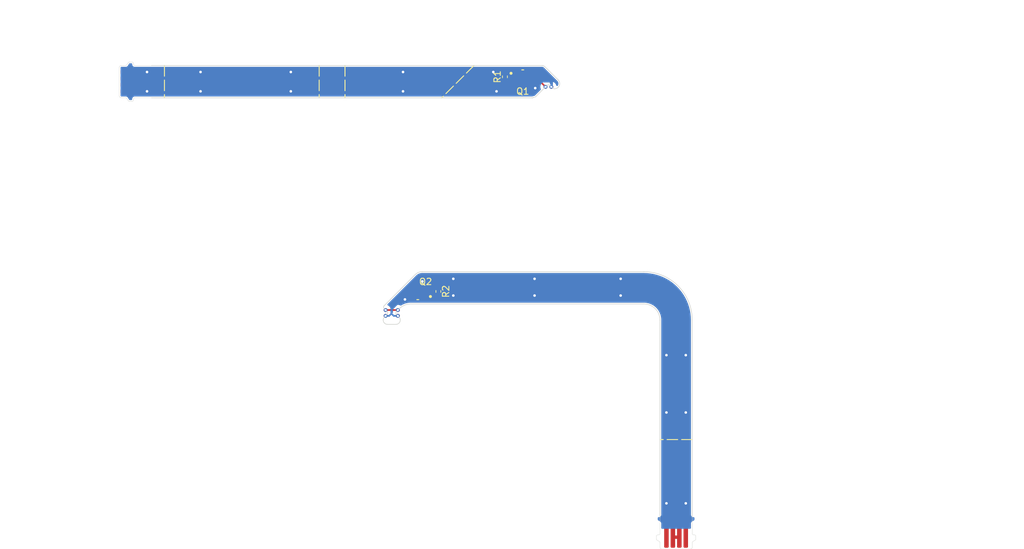
<source format=kicad_pcb>
(kicad_pcb (version 20221018) (generator pcbnew)
  (layers (0 "F.Cu" signal) (31 "B.Cu" signal) (34 "B.Paste" user) (35 "F.Paste" user) (36 "B.SilkS" user "B.Silkscreen") (37 "F.SilkS" user "F.Silkscreen") (38 "B.Mask" user) (39 "F.Mask" user) (44 "Edge.Cuts" user))
  (net 0 "")
  (net 1 "GND")
  (net 2 "/G_TWL")
  (net 3 "+1V2")
  (net 4 "Net-(Q1-G)")
  (net 5 "/G_UTL")
  (net 6 "Net-(Q2-G)")
  (footprint "footprints:PQFN6_2X2_INF" (layer "F.Cu") (at 165.8168 63.700014)
    (fp_text reference "Q1" (at 0 2.149986 unlocked) (layer "F.SilkS"))
    (fp_text value "IRFHS8342PbF")
    (fp_line (start 0.1524 -1.1811) (end -0.1524 -1.1811) (stroke (width 0.1524)) (layer "F.SilkS"))
    (pad "1" smd rect (at -1.0668 -0.649986) (size 0.5842 0.3048) (layers "F.Cu" "F.Paste" "F.Mask") (net 3 "+1V2"))
    (pad "2" smd rect (at -1.0668 0) (size 0.5842 0.3048) (layers "F.Cu" "F.Paste" "F.Mask") (net 3 "+1V2"))
    (pad "3" smd rect (at -1.0668 0.649986) (size 0.5842 0.3048) (layers "F.Cu" "F.Paste" "F.Mask") (net 4 "Net-(Q1-G)"))
    (pad "4" smd rect (at 1.0668 0.649986) (size 0.5842 0.3048) (layers "F.Cu" "F.Paste" "F.Mask") (net 1 "GND"))
    (pad "5" smd rect (at 1.0668 0) (size 0.5842 0.3048) (layers "F.Cu" "F.Paste" "F.Mask") (net 3 "+1V2"))
    (pad "6" smd rect (at 1.0668 -0.649986) (size 0.5842 0.3048) (layers "F.Cu" "F.Paste" "F.Mask") (net 3 "+1V2"))
    (pad "7" smd rect (at 0.021082 -0.300736) (size 1.27 1.0668) (layers "F.Cu" "F.Paste" "F.Mask") (net 3 "+1V2"))
    (pad "8" smd rect (at 0.004 0.776986) (size 0.7874 0.254) (layers "F.Cu" "F.Paste" "F.Mask") (net 1 "GND"))
  )
  (footprint "footprints:FPC_Castellated_Hole" (layer "F.Cu") (at 169.35 65.15 45)
    (fp_text reference "J2" hide)
    (fp_text value "TWL_DCap_V12")
    (fp_line (start -0.3 0) (end 0.3 0) (stroke (width 0.05)) (layer "Edge.Cuts"))
    (pad "1" thru_hole circle (at 0 0 45) (size 0.6 0.6) (drill 0.3) (property pad_prop_castellated) (layers "*.Cu" "*.Mask") (net 3 "+1V2"))
  )
  (footprint "footprints:FPC_Castellated_Hole" (layer "F.Cu") (at 170.25 65.15 -45)
    (fp_text reference "J3" hide)
    (fp_text value "TWL_DCap_GND")
    (fp_line (start -0.3 0) (end 0.3 0) (stroke (width 0.05)) (layer "Edge.Cuts"))
    (pad "1" thru_hole circle (at 0 0 315) (size 0.6 0.6) (drill 0.3) (property pad_prop_castellated) (layers "*.Cu" "*.Mask") (net 1 "GND"))
  )
  (footprint "Resistor_SMD:R_0402_1005Metric" (layer "F.Cu") (at 163.05 63.595 90)
    (fp_text reference "R1" (at 0 -1.17 90) (layer "F.SilkS"))
    (fp_text value "200")
    (fp_line (start -0.153641 -0.38) (end 0.153641 -0.38) (stroke (width 0.12)) (layer "F.SilkS"))
    (fp_line (start -0.153641 0.38) (end 0.153641 0.38) (stroke (width 0.12)) (layer "F.SilkS"))
    (pad "1" smd roundrect (at -0.51 0 90) (size 0.54 0.64) (layers "F.Cu" "F.Paste" "F.Mask") (net 2 "/G_TWL"))
    (pad "2" smd roundrect (at 0.51 0 90) (size 0.54 0.64) (layers "F.Cu" "F.Paste" "F.Mask") (net 4 "Net-(Q1-G)"))
  )
  (footprint "footprints:FPC_Castellated_Hole" (layer "F.Cu") (at 144.55 100.7 45)
    (fp_text reference "J6" hide)
    (fp_text value "UTL_DCap_GND")
    (fp_line (start -0.3 0) (end 0.3 0) (stroke (width 0.05)) (layer "Edge.Cuts"))
    (pad "1" thru_hole circle (at 0 0 45) (size 0.6 0.6) (drill 0.3) (property pad_prop_castellated) (layers "*.Cu" "*.Mask") (net 1 "GND"))
  )
  (footprint "footprints:Molex_2005280040_FPC" (layer "F.Cu") (at 108.25 64.35 90)
    (fp_text reference "J1" hide)
    (fp_text value "Molex 200528_0400")
    (fp_line (start -3.05 -3.444854) (end -3.05 -3) (stroke (width 0.05)) (layer "Edge.Cuts"))
    (fp_line (start -2.85 -2.8) (end -2.7 -2.8) (stroke (width 0.05)) (layer "Edge.Cuts"))
    (fp_line (start -2.558579 -3.858579) (end -2.939443 -3.623739) (stroke (width 0.05)) (layer "Edge.Cuts"))
    (fp_line (start -2.5 -4.7) (end -2.5 -4) (stroke (width 0.05)) (layer "Edge.Cuts"))
    (fp_line (start -2.5 -2.6) (end -2.5 0) (stroke (width 0.05)) (layer "Edge.Cuts"))
    (fp_line (start -2.2 -5) (end 2.2 -5) (stroke (width 0.05)) (layer "Edge.Cuts"))
    (fp_line (start 2.5 -4.7) (end 2.5 -4) (stroke (width 0.05)) (layer "Edge.Cuts"))
    (fp_line (start 2.5 -2.6) (end 2.5 0) (stroke (width 0.05)) (layer "Edge.Cuts"))
    (fp_line (start 2.558579 -3.858579) (end 2.939443 -3.623739) (stroke (width 0.05)) (layer "Edge.Cuts"))
    (fp_line (start 2.85 -2.8) (end 2.7 -2.8) (stroke (width 0.05)) (layer "Edge.Cuts"))
    (fp_line (start 3.05 -3.444854) (end 3.05 -3) (stroke (width 0.05)) (layer "Edge.Cuts"))
    (fp_arc (start -3.05 -3.444854) (mid -3.02013 -3.55) (end -2.939443 -3.623739) (stroke (width 0.05)) (layer "Edge.Cuts"))
    (fp_arc (start -2.85 -2.8) (mid -2.991421 -2.858579) (end -3.05 -3) (stroke (width 0.05)) (layer "Edge.Cuts"))
    (fp_arc (start -2.7 -2.8) (mid -2.558579 -2.741421) (end -2.5 -2.6) (stroke (width 0.05)) (layer "Edge.Cuts"))
    (fp_arc (start -2.5 -4.7) (mid -2.412132 -4.912132) (end -2.2 -5) (stroke (width 0.05)) (layer "Edge.Cuts"))
    (fp_arc (start -2.5 -4) (mid -2.515224 -3.923463) (end -2.558579 -3.858579) (stroke (width 0.05)) (layer "Edge.Cuts"))
    (fp_arc (start 2.2 -5) (mid 2.412132 -4.912132) (end 2.5 -4.7) (stroke (width 0.05)) (layer "Edge.Cuts"))
    (fp_arc (start 2.5 -2.6) (mid 2.558579 -2.741421) (end 2.7 -2.8) (stroke (width 0.05)) (layer "Edge.Cuts"))
    (fp_arc (start 2.558579 -3.858579) (mid 2.515225 -3.923464) (end 2.5 -4) (stroke (width 0.05)) (layer "Edge.Cuts"))
    (fp_arc (start 2.939443 -3.623739) (mid 3.020112 -3.54999) (end 3.05 -3.444854) (stroke (width 0.05)) (layer "Edge.Cuts"))
    (fp_arc (start 3.05 -3) (mid 2.991421 -2.858579) (end 2.85 -2.8) (stroke (width 0.05)) (layer "Edge.Cuts"))
    (pad "1" smd roundrect (at 1.5 -3.15 90) (size 0.7 3.3) (layers "F.Cu" "F.Mask") (net 1 "GND"))
    (pad "2" smd roundrect (at 0.5 -3.15 90) (size 0.7 3.3) (layers "F.Cu" "F.Mask") (net 2 "/G_TWL"))
    (pad "3" smd roundrect (at -0.5 -3.15 90) (size 0.7 3.3) (layers "F.Cu" "F.Mask") (net 2 "/G_TWL"))
    (pad "4" smd roundrect (at -1.5 -3.15 90) (size 0.7 3.3) (layers "F.Cu" "F.Mask") (net 1 "GND"))
  )
  (footprint "Resistor_SMD:R_0402_1005Metric" (layer "F.Cu") (at 152.73 96.91 -90)
    (fp_text reference "R2" (at 0 -1.17 90) (layer "F.SilkS"))
    (fp_text value "200")
    (fp_line (start -0.153641 -0.38) (end 0.153641 -0.38) (stroke (width 0.12)) (layer "F.SilkS"))
    (fp_line (start -0.153641 0.38) (end 0.153641 0.38) (stroke (width 0.12)) (layer "F.SilkS"))
    (pad "1" smd roundrect (at -0.51 0 270) (size 0.54 0.64) (layers "F.Cu" "F.Paste" "F.Mask") (net 5 "/G_UTL"))
    (pad "2" smd roundrect (at 0.51 0 270) (size 0.54 0.64) (layers "F.Cu" "F.Paste" "F.Mask") (net 6 "Net-(Q2-G)"))
  )
  (footprint "footprints:PQFN6_2X2_INF" (layer "F.Cu") (at 149.5432 96.999986 180)
    (fp_text reference "Q2" (at -1.2068 1.599986 unlocked) (layer "F.SilkS"))
    (fp_text value "IRFHS8342PbF")
    (fp_line (start 0.1524 -1.1811) (end -0.1524 -1.1811) (stroke (width 0.1524)) (layer "F.SilkS"))
    (pad "1" smd rect (at -1.0668 -0.649986 180) (size 0.5842 0.3048) (layers "F.Cu" "F.Paste" "F.Mask") (net 3 "+1V2"))
    (pad "2" smd rect (at -1.0668 0 180) (size 0.5842 0.3048) (layers "F.Cu" "F.Paste" "F.Mask") (net 3 "+1V2"))
    (pad "3" smd rect (at -1.0668 0.649986 180) (size 0.5842 0.3048) (layers "F.Cu" "F.Paste" "F.Mask") (net 6 "Net-(Q2-G)"))
    (pad "4" smd rect (at 1.0668 0.649986 180) (size 0.5842 0.3048) (layers "F.Cu" "F.Paste" "F.Mask") (net 1 "GND"))
    (pad "5" smd rect (at 1.0668 0 180) (size 0.5842 0.3048) (layers "F.Cu" "F.Paste" "F.Mask") (net 3 "+1V2"))
    (pad "6" smd rect (at 1.0668 -0.649986 180) (size 0.5842 0.3048) (layers "F.Cu" "F.Paste" "F.Mask") (net 3 "+1V2"))
    (pad "7" smd rect (at 0.021082 -0.300736 180) (size 1.27 1.0668) (layers "F.Cu" "F.Paste" "F.Mask") (net 3 "+1V2"))
    (pad "8" smd rect (at 0.004 0.776986 180) (size 0.7874 0.254) (layers "F.Cu" "F.Paste" "F.Mask") (net 1 "GND"))
  )
  (footprint "footprints:FPC_Castellated_Hole" (layer "F.Cu") (at 146.45 99.8 45)
    (fp_text reference "J7" hide)
    (fp_text value "UTL_DCap_V12")
    (fp_line (start -0.3 0) (end 0.3 0) (stroke (width 0.05)) (layer "Edge.Cuts"))
    (pad "1" thru_hole circle (at 0 0 45) (size 0.6 0.6) (drill 0.3) (property pad_prop_castellated) (layers "*.Cu" "*.Mask") (net 3 "+1V2"))
  )
  (footprint "footprints:Molex_2005280040_FPC" (layer "F.Cu") (at 189.6 131.9 180)
    (fp_text reference "J4" hide)
    (fp_text value "Molex 200528_0400")
    (fp_line (start -3.05 -3.444854) (end -3.05 -3) (stroke (width 0.05)) (layer "Edge.Cuts"))
    (fp_line (start -2.85 -2.8) (end -2.7 -2.8) (stroke (width 0.05)) (layer "Edge.Cuts"))
    (fp_line (start -2.558579 -3.858579) (end -2.939443 -3.623739) (stroke (width 0.05)) (layer "Edge.Cuts"))
    (fp_line (start -2.5 -4.7) (end -2.5 -4) (stroke (width 0.05)) (layer "Edge.Cuts"))
    (fp_line (start -2.5 -2.6) (end -2.5 0) (stroke (width 0.05)) (layer "Edge.Cuts"))
    (fp_line (start -2.2 -5) (end 2.2 -5) (stroke (width 0.05)) (layer "Edge.Cuts"))
    (fp_line (start 2.5 -4.7) (end 2.5 -4) (stroke (width 0.05)) (layer "Edge.Cuts"))
    (fp_line (start 2.5 -2.6) (end 2.5 0) (stroke (width 0.05)) (layer "Edge.Cuts"))
    (fp_line (start 2.558579 -3.858579) (end 2.939443 -3.623739) (stroke (width 0.05)) (layer "Edge.Cuts"))
    (fp_line (start 2.85 -2.8) (end 2.7 -2.8) (stroke (width 0.05)) (layer "Edge.Cuts"))
    (fp_line (start 3.05 -3.444854) (end 3.05 -3) (stroke (width 0.05)) (layer "Edge.Cuts"))
    (fp_arc (start -3.05 -3.444854) (mid -3.02013 -3.55) (end -2.939443 -3.623739) (stroke (width 0.05)) (layer "Edge.Cuts"))
    (fp_arc (start -2.85 -2.8) (mid -2.991421 -2.858579) (end -3.05 -3) (stroke (width 0.05)) (layer "Edge.Cuts"))
    (fp_arc (start -2.7 -2.8) (mid -2.558579 -2.741421) (end -2.5 -2.6) (stroke (width 0.05)) (layer "Edge.Cuts"))
    (fp_arc (start -2.5 -4.7) (mid -2.412132 -4.912132) (end -2.2 -5) (stroke (width 0.05)) (layer "Edge.Cuts"))
    (fp_arc (start -2.5 -4) (mid -2.515224 -3.923463) (end -2.558579 -3.858579) (stroke (width 0.05)) (layer "Edge.Cuts"))
    (fp_arc (start 2.2 -5) (mid 2.412132 -4.912132) (end 2.5 -4.7) (stroke (width 0.05)) (layer "Edge.Cuts"))
    (fp_arc (start 2.5 -2.6) (mid 2.558579 -2.741421) (end 2.7 -2.8) (stroke (width 0.05)) (layer "Edge.Cuts"))
    (fp_arc (start 2.558579 -3.858579) (mid 2.515225 -3.923464) (end 2.5 -4) (stroke (width 0.05)) (layer "Edge.Cuts"))
    (fp_arc (start 2.939443 -3.623739) (mid 3.020112 -3.54999) (end 3.05 -3.444854) (stroke (width 0.05)) (layer "Edge.Cuts"))
    (fp_arc (start 3.05 -3) (mid 2.991421 -2.858579) (end 2.85 -2.8) (stroke (width 0.05)) (layer "Edge.Cuts"))
    (pad "1" smd roundrect (at 1.5 -3.15 180) (size 0.7 3.3) (layers "F.Cu" "F.Mask") (net 1 "GND"))
    (pad "2" smd roundrect (at 0.5 -3.15 180) (size 0.7 3.3) (layers "F.Cu" "F.Mask") (net 5 "/G_UTL"))
    (pad "3" smd roundrect (at -0.5 -3.15 180) (size 0.7 3.3) (layers "F.Cu" "F.Mask") (net 5 "/G_UTL"))
    (pad "4" smd roundrect (at -1.5 -3.15 180) (size 0.7 3.3) (layers "F.Cu" "F.Mask") (net 1 "GND"))
  )
  (footprint "footprints:FPC_Castellated_Hole" (layer "F.Cu") (at 144.55 99.8 135)
    (fp_text reference "J5" hide)
    (fp_text value "UTL_DCap_V12")
    (fp_line (start -0.3 0) (end 0.3 0) (stroke (width 0.05)) (layer "Edge.Cuts"))
    (pad "1" thru_hole circle (at 0 0 135) (size 0.6 0.6) (drill 0.3) (property pad_prop_castellated) (layers "*.Cu" "*.Mask") (net 3 "+1V2"))
  )
  (footprint "footprints:FPC_Castellated_Hole" (layer "F.Cu") (at 146.45 100.7 135)
    (fp_text reference "J8" hide)
    (fp_text value "UTL_DCap_GND")
    (fp_line (start -0.3 0) (end 0.3 0) (stroke (width 0.05)) (layer "Edge.Cuts"))
    (pad "1" thru_hole circle (at 0 0 135) (size 0.6 0.6) (drill 0.3) (property pad_prop_castellated) (layers "*.Cu" "*.Mask") (net 1 "GND"))
  )
  (gr_line (start 158.25 61.85) (end 153.25 66.85) (stroke (width 0.15) (type dash)) (layer "F.SilkS"))
  (gr_line (start 192.1 119.9) (end 187.1 119.9) (stroke (width 0.15) (type dash)) (layer "F.SilkS"))
  (gr_line (start 134.25 61.85) (end 134.25 66.85) (stroke (width 0.15) (type dash)) (layer "F.SilkS"))
  (gr_circle (center 164 63.05) (end 164.158114 63.05) (stroke (width 0.15)) (fill solid) (layer "F.SilkS"))
  (gr_line (start 138.25 61.85) (end 138.25 66.85) (stroke (width 0.15) (type dash)) (layer "F.SilkS"))
  (gr_line (start 110.25 61.85) (end 110.25 66.85) (stroke (width 0.15) (type dash)) (layer "F.SilkS"))
  (gr_circle (center 151.5 97.7) (end 151.658114 97.7) (stroke (width 0.15)) (fill solid) (layer "F.SilkS"))
  (gr_arc (start 144.85 102.0238) (mid 144.238019 101.631932) (end 144.337869 100.912133) (stroke (width 0.1)) (layer "Edge.Cuts"))
  (gr_line (start 184.596699 93.853301) (end 150.21066 93.85) (stroke (width 0.1)) (layer "Edge.Cuts"))
  (gr_arc (start 144.337868 99.587868) (mid 144.240575 99.35) (end 144.337868 99.112132) (stroke (width 0.1)) (layer "Edge.Cuts"))
  (gr_line (start 138.25 66.85) (end 153.25 66.85) (stroke (width 0.1)) (layer "Edge.Cuts"))
  (gr_line (start 187.1 119.9) (end 187.1 101.35) (stroke (width 0.1)) (layer "Edge.Cuts"))
  (gr_line (start 187.1 131.9) (end 187.1 119.9) (stroke (width 0.1)) (layer "Edge.Cuts"))
  (gr_line (start 110.25 66.85) (end 134.25 66.85) (stroke (width 0.1)) (layer "Edge.Cuts"))
  (gr_line (start 138.25 61.85) (end 158.25 61.85) (stroke (width 0.1)) (layer "Edge.Cuts"))
  (gr_line (start 192.1 131.9) (end 192.1 119.9) (stroke (width 0.1)) (layer "Edge.Cuts"))
  (gr_line (start 134.25 66.85) (end 138.25 66.85) (stroke (width 0.1)) (layer "Edge.Cuts"))
  (gr_line (start 108.25 61.85) (end 110.25 61.85) (stroke (width 0.1)) (layer "Edge.Cuts"))
  (gr_arc (start 168.82039 61.85) (mid 169.05 61.895672) (end 169.244654 62.025736) (stroke (width 0.1)) (layer "Edge.Cuts"))
  (gr_arc (start 169.562132 64.937868) (mid 169.8 64.831282) (end 170.037868 64.937868) (stroke (width 0.1)) (layer "Edge.Cuts"))
  (gr_arc (start 167.425736 66.825736) (mid 167.482749 66.787641) (end 167.55 66.774264) (stroke (width 0.1)) (layer "Edge.Cuts"))
  (gr_line (start 171.315685 64.084315) (end 169.244654 62.025736) (stroke (width 0.1)) (layer "Edge.Cuts"))
  (gr_line (start 144.85 102.0238) (end 146.15 102.0238) (stroke (width 0.1)) (layer "Edge.Cuts"))
  (gr_arc (start 146.662131 100.912133) (mid 146.76198 101.631932) (end 146.15 102.0238) (stroke (width 0.1)) (layer "Edge.Cuts"))
  (gr_arc (start 171.315685 64.084315) (mid 171.489103 64.956147) (end 170.75 65.45) (stroke (width 0.1)) (layer "Edge.Cuts"))
  (gr_arc (start 184.6 98.85) (mid 186.367767 99.582233) (end 187.1 101.35) (stroke (width 0.1)) (layer "Edge.Cuts"))
  (gr_line (start 153.25 66.85) (end 167.25 66.85) (stroke (width 0.1)) (layer "Edge.Cuts"))
  (gr_line (start 169.137868 65.362132) (end 167.85 66.65) (stroke (width 0.1)) (layer "Edge.Cuts"))
  (gr_line (start 192.1 119.9) (end 192.096699 101.353301) (stroke (width 0.1)) (layer "Edge.Cuts"))
  (gr_line (start 158.25 61.85) (end 168.82039 61.85) (stroke (width 0.1)) (layer "Edge.Cuts"))
  (gr_line (start 167.25 66.85) (end 167.35 66.857106) (stroke (width 0.1)) (layer "Edge.Cuts"))
  (gr_arc (start 144.762132 100.012132) (mid 144.859425 100.25) (end 144.762132 100.487868) (stroke (width 0.1)) (layer "Edge.Cuts"))
  (gr_arc (start 146.663152 99.58889) (mid 147.483203 99.042008) (end 148.45 98.85) (stroke (width 0.1)) (layer "Edge.Cuts"))
  (gr_line (start 134.25 61.85) (end 138.25 61.85) (stroke (width 0.1)) (layer "Edge.Cuts"))
  (gr_arc (start 184.596699 93.853301) (mid 189.9 96.05) (end 192.096699 101.353301) (stroke (width 0.1)) (layer "Edge.Cuts"))
  (gr_line (start 144.337868 99.112132) (end 149.15 94.28934) (stroke (width 0.1)) (layer "Edge.Cuts"))
  (gr_line (start 110.25 61.85) (end 134.25 61.85) (stroke (width 0.1)) (layer "Edge.Cuts"))
  (gr_arc (start 167.85 66.65) (mid 167.712359 66.741969) (end 167.55 66.774264) (stroke (width 0.1)) (layer "Edge.Cuts"))
  (gr_arc (start 149.15 94.28934) (mid 149.636635 93.964181) (end 150.21066 93.85) (stroke (width 0.1)) (layer "Edge.Cuts"))
  (gr_line (start 108.25 66.85) (end 110.25 66.85) (stroke (width 0.1)) (layer "Edge.Cuts"))
  (gr_arc (start 146.237868 100.487868) (mid 146.140575 100.25) (end 146.237868 100.012132) (stroke (width 0.1)) (layer "Edge.Cuts"))
  (gr_arc (start 170.75 65.45) (mid 170.599923 65.426945) (end 170.463685 65.359907) (stroke (width 0.1)) (layer "Edge.Cuts"))
  (gr_line (start 184.6 98.85) (end 148.45 98.85) (stroke (width 0.1)) (layer "Edge.Cuts"))
  (gr_arc (start 167.425735 66.825735) (mid 167.390987 66.848953) (end 167.35 66.857106) (stroke (width 0.1)) (layer "Edge.Cuts"))
  (segment (start 155.05 97.55) (end 154.315878 98.284122) (width 0.5) (layer "F.Cu") (net 1))
  (segment (start 166.7566 64.477) (end 166.8836 64.35) (width 0.25) (layer "F.Cu") (net 1))
  (segment (start 166.8836 64.4836) (end 167.75 65.35) (width 0.25) (layer "F.Cu") (net 1))
  (segment (start 162.475 62.44) (end 168.34 62.44) (width 0.25) (layer "F.Cu") (net 1))
  (segment (start 191.1 98.95) (end 187.1 94.95) (width 0.5) (layer "F.Cu") (net 1))
  (segment (start 147.25 65.85) (end 158.75 65.85) (width 0.5) (layer "F.Cu") (net 1))
  (segment (start 150.8122 94.95) (end 150.4122 95.35) (width 0.5) (layer "F.Cu") (net 1))
  (segment (start 150.25 95.5122) (end 149.5392 96.223) (width 0.5) (layer "F.Cu") (net 1))
  (segment (start 149.5392 96.223) (end 148.6034 96.223) (width 0.25) (layer "F.Cu") (net 1))
  (segment (start 148.6034 96.223) (end 148.4764 96.35) (width 0.25) (layer "F.Cu") (net 1))
  (segment (start 150.25 95.35) (end 150.25 95.5122) (width 0.5) (layer "F.Cu") (net 1))
  (segment (start 147.25 62.85) (end 162.065 62.85) (width 0.5) (layer "F.Cu") (net 1))
  (segment (start 109.25 62.85) (end 120.75 62.85) (width 0.5) (layer "F.Cu") (net 1))
  (segment (start 147.684122 98.284122) (end 151.75 98.284122) (width 0.25) (layer "F.Cu") (net 1))
  (segment (start 105.1 62.85) (end 109.25 62.85) (width 0.5) (layer "F.Cu") (net 1))
  (segment (start 105.1 65.85) (end 109.25 65.85) (width 0.5) (layer "F.Cu") (net 1))
  (segment (start 187.1 94.95) (end 167.65 94.95) (width 0.5) (layer "F.Cu") (net 1))
  (segment (start 188.1 99.65) (end 186 97.55) (width 0.5) (layer "F.Cu") (net 1))
  (segment (start 168.34 62.44) (end 170.25 64.35) (width 0.25) (layer "F.Cu") (net 1))
  (segment (start 158.75 65.85) (end 167.25 65.85) (width 0.5) (layer "F.Cu") (net 1))
  (segment (start 154.315878 98.284122) (end 151.75 98.284122) (width 0.5) (layer "F.Cu") (net 1))
  (segment (start 147.55 98.15) (end 147.684122 98.284122) (width 0.25) (layer "F.Cu") (net 1))
  (segment (start 167.65 94.95) (end 155.05 94.95) (width 0.5) (layer "F.Cu") (net 1))
  (segment (start 162.065 62.85) (end 162.475 62.44) (width 0.25) (layer "F.Cu") (net 1))
  (segment (start 167.65 97.55) (end 155.05 97.55) (width 0.5) (layer "F.Cu") (net 1))
  (segment (start 170.25 64.35) (end 170.25 65.15) (width 0.25) (layer "F.Cu") (net 1))
  (segment (start 120.75 62.85) (end 147.25 62.85) (width 0.5) (layer "F.Cu") (net 1))
  (segment (start 155.05 94.95) (end 150.8122 94.95) (width 0.5) (layer "F.Cu") (net 1))
  (segment (start 120.75 65.85) (end 147.25 65.85) (width 0.5) (layer "F.Cu") (net 1))
  (segment (start 186 97.55) (end 167.65 97.55) (width 0.5) (layer "F.Cu") (net 1))
  (segment (start 191.1 132.1) (end 191.1 98.95) (width 0.5) (layer "F.Cu") (net 1))
  (segment (start 188.1 132.1) (end 188.1 99.65) (width 0.5) (layer "F.Cu") (net 1))
  (segment (start 165.8208 64.477) (end 166.7566 64.477) (width 0.25) (layer "F.Cu") (net 1))
  (segment (start 166.8836 64.35) (end 166.8836 64.4836) (width 0.25) (layer "F.Cu") (net 1))
  (segment (start 109.25 65.85) (end 120.75 65.85) (width 0.5) (layer "F.Cu") (net 1))
  (segment (start 167.25 65.85) (end 167.75 65.35) (width 0.5) (layer "F.Cu") (net 1))
  (segment (start 150.4122 95.35) (end 150.25 95.35) (width 0.5) (layer "F.Cu") (net 1))
  (via (at 155.05 97.55) (size 0.8) (drill 0.4) (layers "F.Cu" "B.Cu") (net 1))
  (via (at 191.1 129.8) (size 0.8) (drill 0.4) (layers "F.Cu" "B.Cu") (net 1))
  (via (at 188.1 115.7) (size 0.8) (drill 0.4) (layers "F.Cu" "B.Cu") (net 1))
  (via (at 107.55 65.85) (size 0.8) (drill 0.4) (layers "F.Cu" "B.Cu") (net 1))
  (via (at 147.25 62.85) (size 0.8) (drill 0.4) (layers "F.Cu" "B.Cu") (net 1))
  (via (at 115.85 62.85) (size 0.8) (drill 0.4) (layers "F.Cu" "B.Cu") (net 1))
  (via (at 129.85 62.85) (size 0.8) (drill 0.4) (layers "F.Cu" "B.Cu") (net 1))
  (via (at 188.1 106.8) (size 0.8) (drill 0.4) (layers "F.Cu" "B.Cu") (net 1))
  (via (at 161.75 65.85) (size 0.8) (drill 0.4) (layers "F.Cu" "B.Cu") (net 1))
  (via (at 167.65 94.95) (size 0.8) (drill 0.4) (layers "F.Cu" "B.Cu") (net 1))
  (via (at 147.25 65.85) (size 0.8) (drill 0.4) (layers "F.Cu" "B.Cu") (net 1))
  (via (at 161.25 62.85) (size 0.8) (drill 0.4) (layers "F.Cu" "B.Cu") (net 1))
  (via (at 188.1 129.8) (size 0.8) (drill 0.4) (layers "F.Cu" "B.Cu") (net 1))
  (via (at 191.1 115.7) (size 0.8) (drill 0.4) (layers "F.Cu" "B.Cu") (net 1))
  (via (at 115.85 65.85) (size 0.8) (drill 0.4) (layers "F.Cu" "B.Cu") (net 1))
  (via (at 181 97.55) (size 0.8) (drill 0.4) (layers "F.Cu" "B.Cu") (net 1))
  (via (at 150.25 95.35) (size 0.8) (drill 0.4) (layers "F.Cu" "B.Cu") (net 1))
  (via (at 129.85 65.85) (size 0.8) (drill 0.4) (layers "F.Cu" "B.Cu") (net 1))
  (via (at 191.1 106.8) (size 0.8) (drill 0.4) (layers "F.Cu" "B.Cu") (net 1))
  (via (at 181 94.95) (size 0.8) (drill 0.4) (layers "F.Cu" "B.Cu") (net 1))
  (via (at 147.55 98.15) (size 0.8) (drill 0.4) (layers "F.Cu" "B.Cu") (net 1))
  (via (at 167.65 97.55) (size 0.8) (drill 0.4) (layers "F.Cu" "B.Cu") (net 1))
  (via (at 107.55 62.85) (size 0.8) (drill 0.4) (layers "F.Cu" "B.Cu") (net 1))
  (via (at 167.75 65.35) (size 0.8) (drill 0.4) (layers "F.Cu" "B.Cu") (net 1))
  (via (at 155.05 94.95) (size 0.8) (drill 0.4) (layers "F.Cu" "B.Cu") (net 1))
  (segment (start 170.25 64.35) (end 168.75 64.35) (width 0.25) (layer "B.Cu") (net 1))
  (segment (start 145.45 99.75) (end 145.45 100.35) (width 0.25) (layer "B.Cu") (net 1))
  (segment (start 170.25 65.15) (end 170.25 64.35) (width 0.25) (layer "B.Cu") (net 1))
  (segment (start 150.25 95.45) (end 150.25 95.35) (width 0.25) (layer "B.Cu") (net 1))
  (segment (start 145.8 100.7) (end 145.45 100.35) (width 0.25) (layer "B.Cu") (net 1))
  (segment (start 147.05 98.15) (end 145.45 99.75) (width 0.25) (layer "B.Cu") (net 1))
  (segment (start 147.55 98.15) (end 150.25 95.45) (width 0.25) (layer "B.Cu") (net 1))
  (segment (start 147.55 98.15) (end 147.05 98.15) (width 0.25) (layer "B.Cu") (net 1))
  (segment (start 145.1 100.7) (end 145.45 100.35) (width 0.25) (layer "B.Cu") (net 1))
  (segment (start 168.75 64.35) (end 167.75 65.35) (width 0.25) (layer "B.Cu") (net 1))
  (segment (start 146.45 100.7) (end 145.8 100.7) (width 0.25) (layer "B.Cu") (net 1))
  (segment (start 144.55 100.7) (end 145.1 100.7) (width 0.25) (layer "B.Cu") (net 1))
  (segment (start 105.1 64.35) (end 105.1 64.85) (width 0.5) (layer "F.Cu") (net 2))
  (segment (start 105.1 63.85) (end 105.1 64.35) (width 0.5) (layer "F.Cu") (net 2))
  (segment (start 162.395 64.105) (end 163.05 64.105) (width 0.5) (layer "F.Cu") (net 2))
  (segment (start 162.15 64.35) (end 162.395 64.105) (width 0.5) (layer "F.Cu") (net 2))
  (segment (start 105.1 64.35) (end 162.15 64.35) (width 0.5) (layer "F.Cu") (net 2))
  (segment (start 166.8836 63.700014) (end 166.138618 63.700014) (width 0.25) (layer "F.Cu") (net 3))
  (segment (start 149.871368 97.649972) (end 149.522118 97.300722) (width 0.25) (layer "F.Cu") (net 3))
  (segment (start 145.3 99.8) (end 144.55 99.8) (width 0.25) (layer "F.Cu") (net 3))
  (segment (start 166.8836 63.050028) (end 166.187132 63.050028) (width 0.25) (layer "F.Cu") (net 3))
  (segment (start 150.61 96.999986) (end 149.822854 96.999986) (width 0.25) (layer "F.Cu") (net 3))
  (segment (start 148.4764 96.999986) (end 147.603998 96.999986) (width 0.25) (layer "F.Cu") (net 3))
  (segment (start 167.900014 63.700014) (end 169.35 65.15) (width 0.25) (layer "F.Cu") (net 3))
  (segment (start 148.4764 97.649972) (end 149.172868 97.649972) (width 0.25) (layer "F.Cu") (net 3))
  (segment (start 145.75 99.35) (end 145.3 99.8) (width 0.25) (layer "F.Cu") (net 3))
  (segment (start 145.7 99.8) (end 145.5 99.6) (width 0.25) (layer "F.Cu") (net 3))
  (segment (start 164.75 63.050028) (end 165.488632 63.050028) (width 0.25) (layer "F.Cu") (net 3))
  (segment (start 145.75 98.853984) (end 145.75 99.35) (width 0.25) (layer "F.Cu") (net 3))
  (segment (start 150.61 97.649972) (end 149.871368 97.649972) (width 0.25) (layer "F.Cu") (net 3))
  (segment (start 147.603998 96.999986) (end 145.75 98.853984) (width 0.25) (layer "F.Cu") (net 3))
  (segment (start 166.8836 63.700014) (end 167.900014 63.700014) (width 0.25) (layer "F.Cu") (net 3))
  (segment (start 146.45 99.8) (end 145.7 99.8) (width 0.25) (layer "F.Cu") (net 3))
  (segment (start 149.822854 96.999986) (end 149.522118 97.300722) (width 0.25) (layer "F.Cu") (net 3))
  (segment (start 149.221382 96.999986) (end 149.522118 97.300722) (width 0.25) (layer "F.Cu") (net 3))
  (segment (start 164.75 63.700014) (end 165.537146 63.700014) (width 0.25) (layer "F.Cu") (net 3))
  (segment (start 148.4764 96.999986) (end 149.221382 96.999986) (width 0.25) (layer "F.Cu") (net 3))
  (segment (start 149.172868 97.649972) (end 149.522118 97.300722) (width 0.25) (layer "F.Cu") (net 3))
  (segment (start 163.05 63.085) (end 163.37 63.085) (width 0.25) (layer "F.Cu") (net 4))
  (segment (start 164.25 64.35) (end 164.75 64.35) (width 0.25) (layer "F.Cu") (net 4))
  (segment (start 163.75 63.465) (end 163.75 63.85) (width 0.25) (layer "F.Cu") (net 4))
  (segment (start 163.75 63.85) (end 164.25 64.35) (width 0.25) (layer "F.Cu") (net 4))
  (segment (start 163.37 63.085) (end 163.75 63.465) (width 0.25) (layer "F.Cu") (net 4))
  (segment (start 154.53 96.37) (end 152.73 96.37) (width 0.5) (layer "F.Cu") (net 5))
  (segment (start 189.6 99.45) (end 186.5 96.35) (width 0.5) (layer "F.Cu") (net 5))
  (segment (start 154.55 96.35) (end 154.53 96.37) (width 0.5) (layer "F.Cu") (net 5))
  (segment (start 189.6 135.05) (end 189.1 135.05) (width 0.5) (layer "F.Cu") (net 5))
  (segment (start 186.5 96.35) (end 154.55 96.35) (width 0.5) (layer "F.Cu") (net 5))
  (segment (start 189.6 132.1) (end 189.6 99.45) (width 0.5) (layer "F.Cu") (net 5))
  (segment (start 190.1 135.05) (end 189.6 135.05) (width 0.5) (layer "F.Cu") (net 5))
  (segment (start 152.73 96.37) (end 152.73 96.4) (width 0.5) (layer "F.Cu") (net 5))
  (segment (start 152.73 97.42) (end 152.41 97.42) (width 0.25) (layer "F.Cu") (net 6))
  (segment (start 151.34 96.35) (end 150.61 96.35) (width 0.25) (layer "F.Cu") (net 6))
  (segment (start 152.41 97.42) (end 151.34 96.35) (width 0.25) (layer "F.Cu") (net 6))
  (zone (net 1) (net_name "GND") (layer "B.Cu") (connect_pads (clearance 0.5)) (min_thickness 0.25) (fill yes (thermal_gap 0.5) (thermal_bridge_width 0.5))
    (polygon (pts (xy 103.25 61.25) (xy 103.25 67.45) (xy 167.25 67.45) (xy 172.25 65.25) (xy 169.15 61.75) (xy 168.25 61.25)))
  )
  (zone (net 1) (net_name "GND") (layer "B.Cu") (priority 1) (connect_pads (clearance 0.5)) (min_thickness 0.25) (fill yes (thermal_gap 0.5) (thermal_bridge_width 0.5))
    (polygon (pts (xy 186.5 133.95) (xy 192.7 133.95) (xy 192.7 93.85) (xy 149.35 93.85) (xy 143.55 99.65) (xy 143.55 100.25) (xy 146.65 100.25) (xy 147.25 99.65) (xy 149.25 98.85) (xy 184.6 98.85) (xy 186.5 100.7)))
  )
)
</source>
